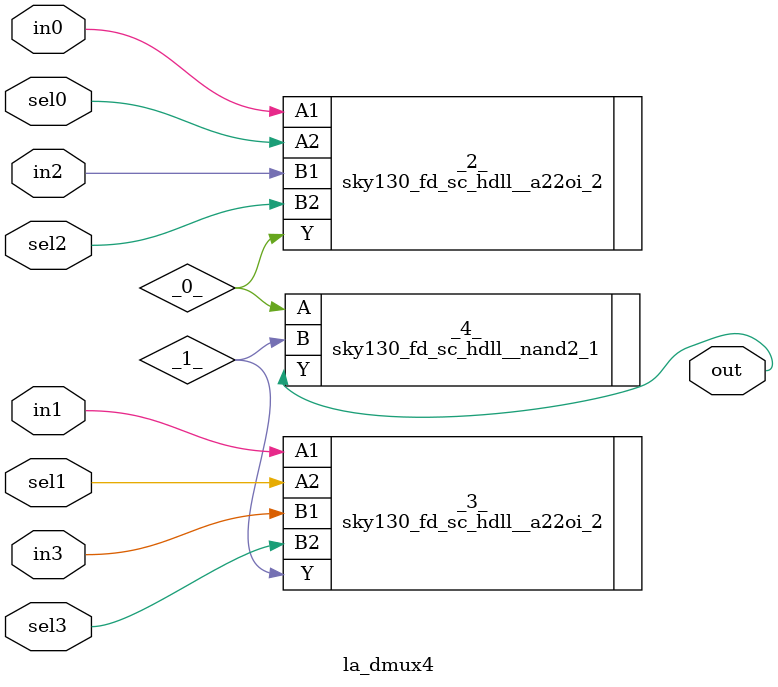
<source format=v>

/* Generated by Yosys 0.44 (git sha1 80ba43d26, g++ 11.4.0-1ubuntu1~22.04 -fPIC -O3) */

(* top =  1  *)
(* src = "inputs/la_dmux4.v:10.1-26.10" *)
module la_dmux4 (
    sel3,
    sel2,
    sel1,
    sel0,
    in3,
    in2,
    in1,
    in0,
    out
);
  wire _0_;
  wire _1_;
  (* src = "inputs/la_dmux4.v:20.12-20.15" *)
  input in0;
  wire in0;
  (* src = "inputs/la_dmux4.v:19.12-19.15" *)
  input in1;
  wire in1;
  (* src = "inputs/la_dmux4.v:18.12-18.15" *)
  input in2;
  wire in2;
  (* src = "inputs/la_dmux4.v:17.12-17.15" *)
  input in3;
  wire in3;
  (* src = "inputs/la_dmux4.v:21.12-21.15" *)
  output out;
  wire out;
  (* src = "inputs/la_dmux4.v:16.12-16.16" *)
  input sel0;
  wire sel0;
  (* src = "inputs/la_dmux4.v:15.12-15.16" *)
  input sel1;
  wire sel1;
  (* src = "inputs/la_dmux4.v:14.12-14.16" *)
  input sel2;
  wire sel2;
  (* src = "inputs/la_dmux4.v:13.12-13.16" *)
  input sel3;
  wire sel3;
  sky130_fd_sc_hdll__a22oi_2 _2_ (
      .A1(in0),
      .A2(sel0),
      .B1(in2),
      .B2(sel2),
      .Y (_0_)
  );
  sky130_fd_sc_hdll__a22oi_2 _3_ (
      .A1(in1),
      .A2(sel1),
      .B1(in3),
      .B2(sel3),
      .Y (_1_)
  );
  sky130_fd_sc_hdll__nand2_1 _4_ (
      .A(_0_),
      .B(_1_),
      .Y(out)
  );
endmodule

</source>
